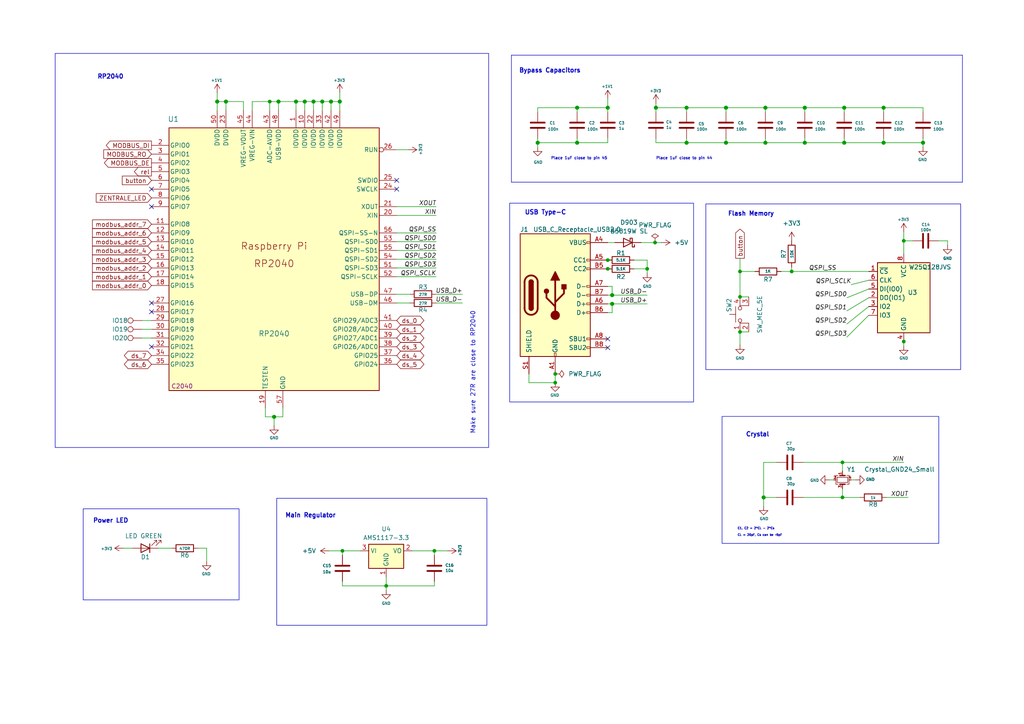
<source format=kicad_sch>
(kicad_sch (version 20230121) (generator eeschema)
  (paper "A4")
  (title_block (title "CPU") (date "2023-11-24"))
  (lib_symbols
    (symbol "00_project_library:AMS1117-3.3"
      (property "Reference" "U" (at -3.81 3.175 0))
      (property "Value" "AMS1117-3.3" (at 0 3.175 0))
      (symbol "AMS1117-3.3_1_1"
        (pin power_in line (at 0 -7.62 90) (length 2.54) (name "GND") (number "1"))
        (pin power_out line (at 7.62 0 180) (length 2.54) (name "VO") (number "2"))
        (pin power_in line (at -7.62 0 0) (length 2.54) (name "VI") (number "3"))
      )
    )
    (symbol "00_project_library:C" (pin_numbers hide) (pin_names (offset 0.254))
      (property "Reference" "C" (at 0.635 2.54 0))
      (property "Value" "C" (at 0.635 -2.54 0))
      (symbol "C_1_1"
        (pin passive line (at 0 3.81 270) (length 2.794) (name "~") (number "1"))
        (pin passive line (at 0 -3.81 90) (length 2.794) (name "~") (number "2"))
      )
    )
    (symbol "00_project_library:Crystal_GND24_Small" (pin_names (offset 1.016) hide)
      (property "Reference" "Y" (at 1.27 4.445 0))
      (property "Value" "Crystal_GND24_Small" (at 1.27 2.54 0))
      (symbol "Crystal_GND24_Small_1_1"
        (pin passive line (at -2.54 0 0) (length 1.27) (name "1") (number "1"))
        (pin passive line (at 0 -2.54 90) (length 0.635) (name "2") (number "2"))
        (pin passive line (at 2.54 0 180) (length 1.27) (name "3") (number "3"))
        (pin passive line (at 0 2.54 270) (length 0.635) (name "4") (number "4"))
      )
    )
    (symbol "00_project_library:LED GREEN" (pin_numbers hide) (pin_names (offset 1.016) hide)
      (property "Reference" "D" (at 0 2.54 0))
      (property "Value" "LED GREEN" (at 0 -2.54 0))
      (symbol "LED GREEN_1_1"
        (pin passive line (at -3.81 0 0) (length 2.54) (name "K") (number "1"))
        (pin passive line (at 3.81 0 180) (length 2.54) (name "A") (number "2"))
      )
    )
    (symbol "00_project_library:RP2040" (pin_names (offset 0.254))
      (property "Reference" "U" (at 1.27 78.74 0))
      (property "Value" "RP2040" (at 30.48 16.51 0))
      (symbol "RP2040_0_0"
        (text "Raspberry Pi" (at 30.48 41.91 0) (effects (font (size 2 2))))
        (text "RP2040" (at 30.48 36.83 0) (effects (font (size 2 2))))
      )
      (symbol "RP2040_1_1"
        (pin power_in line (at 36.83 81.28 270) (length 5.08) (name "IOVDD") (number "1"))
        (pin power_in line (at 39.37 81.28 270) (length 5.08) (name "IOVDD") (number "10"))
        (pin bidirectional line (at -5.08 48.26 0) (length 5.08) (name "GPIO8") (number "11"))
        (pin bidirectional line (at -5.08 45.72 0) (length 5.08) (name "GPIO9") (number "12"))
        (pin bidirectional line (at -5.08 43.18 0) (length 5.08) (name "GPIO10") (number "13"))
        (pin bidirectional line (at -5.08 40.64 0) (length 5.08) (name "GPIO11") (number "14"))
        (pin bidirectional line (at -5.08 38.1 0) (length 5.08) (name "GPIO12") (number "15"))
        (pin bidirectional line (at -5.08 35.56 0) (length 5.08) (name "GPIO13") (number "16"))
        (pin bidirectional line (at -5.08 33.02 0) (length 5.08) (name "GPIO14") (number "17"))
        (pin bidirectional line (at -5.08 30.48 0) (length 5.08) (name "GPIO15") (number "18"))
        (pin input line (at 27.94 -5.08 90) (length 5.08) (name "TESTEN") (number "19"))
        (pin bidirectional line (at -5.08 71.12 0) (length 5.08) (name "GPIO0") (number "2"))
        (pin bidirectional line (at 66.04 50.8 180) (length 5.08) (name "XIN") (number "20"))
        (pin output line (at 66.04 53.34 180) (length 5.08) (name "XOUT") (number "21"))
        (pin power_in line (at 41.91 81.28 270) (length 5.08) (name "IOVDD") (number "22"))
        (pin power_in line (at 16.51 81.28 270) (length 5.08) (name "DVDD") (number "23"))
        (pin unspecified line (at 66.04 58.42 180) (length 5.08) (name "SWCLK") (number "24"))
        (pin unspecified line (at 66.04 60.96 180) (length 5.08) (name "SWDIO") (number "25"))
        (pin input inverted (at 66.04 69.85 180) (length 5.08) (name "RUN") (number "26"))
        (pin bidirectional line (at -5.08 25.4 0) (length 5.08) (name "GPIO16") (number "27"))
        (pin bidirectional line (at -5.08 22.86 0) (length 5.08) (name "GPIO17") (number "28"))
        (pin bidirectional line (at -5.08 20.32 0) (length 5.08) (name "GPIO18") (number "29"))
        (pin bidirectional line (at -5.08 68.58 0) (length 5.08) (name "GPIO1") (number "3"))
        (pin bidirectional line (at -5.08 17.78 0) (length 5.08) (name "GPIO19") (number "30"))
        (pin bidirectional line (at -5.08 15.24 0) (length 5.08) (name "GPIO20") (number "31"))
        (pin bidirectional line (at -5.08 12.7 0) (length 5.08) (name "GPIO21") (number "32"))
        (pin power_in line (at 44.45 81.28 270) (length 5.08) (name "IOVDD") (number "33"))
        (pin bidirectional line (at -5.08 10.16 0) (length 5.08) (name "GPIO22") (number "34"))
        (pin bidirectional line (at -5.08 7.62 0) (length 5.08) (name "GPIO23") (number "35"))
        (pin bidirectional line (at 66.04 7.62 180) (length 5.08) (name "GPIO24") (number "36"))
        (pin bidirectional line (at 66.04 10.16 180) (length 5.08) (name "GPIO25") (number "37"))
        (pin bidirectional line (at 66.04 12.7 180) (length 5.08) (name "GPIO26/ADC0") (number "38"))
        (pin bidirectional line (at 66.04 15.24 180) (length 5.08) (name "GPIO27/ADC1") (number "39"))
        (pin bidirectional line (at -5.08 66.04 0) (length 5.08) (name "GPIO2") (number "4"))
        (pin bidirectional line (at 66.04 17.78 180) (length 5.08) (name "GPIO28/ADC2") (number "40"))
        (pin bidirectional line (at 66.04 20.32 180) (length 5.08) (name "GPIO29/ADC3") (number "41"))
        (pin power_in line (at 46.99 81.28 270) (length 5.08) (name "IOVDD") (number "42"))
        (pin power_in line (at 29.21 81.28 270) (length 5.08) (name "ADC-AVDD") (number "43"))
        (pin power_in line (at 24.13 81.28 270) (length 5.08) (name "VREG-VIN") (number "44"))
        (pin power_out line (at 21.59 81.28 270) (length 5.08) (name "VREG-VOUT") (number "45"))
        (pin bidirectional line (at 66.04 25.4 180) (length 5.08) (name "USB-DM") (number "46"))
        (pin bidirectional line (at 66.04 27.94 180) (length 5.08) (name "USB-DP") (number "47"))
        (pin power_in line (at 31.75 81.28 270) (length 5.08) (name "USB-VDD") (number "48"))
        (pin power_in line (at 49.53 81.28 270) (length 5.08) (name "IOVDD") (number "49"))
        (pin bidirectional line (at -5.08 63.5 0) (length 5.08) (name "GPIO3") (number "5"))
        (pin power_in line (at 13.97 81.28 270) (length 5.08) (name "DVDD") (number "50"))
        (pin bidirectional line (at 66.04 35.56 180) (length 5.08) (name "QSPI-SD3") (number "51"))
        (pin bidirectional line (at 66.04 33.02 180) (length 5.08) (name "QSPI-SCLK") (number "52"))
        (pin bidirectional line (at 66.04 43.18 180) (length 5.08) (name "QSPI-SD0") (number "53"))
        (pin bidirectional line (at 66.04 38.1 180) (length 5.08) (name "QSPI-SD2") (number "54"))
        (pin bidirectional line (at 66.04 40.64 180) (length 5.08) (name "QSPI-SD1") (number "55"))
        (pin bidirectional line (at 66.04 45.72 180) (length 5.08) (name "QSPI-SS-N") (number "56"))
        (pin power_in line (at 33.02 -5.08 90) (length 5.08) (name "GND") (number "57"))
        (pin bidirectional line (at -5.08 60.96 0) (length 5.08) (name "GPIO4") (number "6"))
        (pin bidirectional line (at -5.08 58.42 0) (length 5.08) (name "GPIO5") (number "7"))
        (pin bidirectional line (at -5.08 55.88 0) (length 5.08) (name "GPIO6") (number "8"))
        (pin bidirectional line (at -5.08 53.34 0) (length 5.08) (name "GPIO7") (number "9"))
      )
    )
    (symbol "00_project_library:SW_MEC_5E" (pin_names (offset 1.016) hide)
      (property "Reference" "SW" (at 0.635 5.715 0))
      (property "Value" "SW_MEC_5E" (at 0 -3.175 0))
      (symbol "SW_MEC_5E_0_1"
        (pin passive line (at -5.08 2.54 0) (length 2.54) (name "1") (number "1"))
        (pin passive line (at -5.08 0 0) (length 2.54) (name "2") (number "2"))
        (pin passive line (at 5.08 0 180) (length 2.54) (name "K") (number "3"))
        (pin passive line (at 5.08 2.54 180) (length 2.54) (name "A") (number "4"))
      )
    )
    (symbol "00_project_library:USB_C_Receptacle_USB2.0" (pin_names (offset 1.016))
      (property "Reference" "J" (at -10.16 19.05 0))
      (property "Value" "USB_C_Receptacle_USB2.0" (at 19.05 19.05 0))
      (symbol "USB_C_Receptacle_USB2.0_1_1"
        (pin passive line (at 0 -22.86 90) (length 5.08) (name "GND") (number "A1"))
        (pin passive line (at 0 -22.86 90) (length 5.08) hide (name "GND") (number "A12"))
        (pin passive line (at 15.24 15.24 180) (length 5.08) (name "VBUS") (number "A4"))
        (pin bidirectional line (at 15.24 10.16 180) (length 5.08) (name "CC1") (number "A5"))
        (pin bidirectional line (at 15.24 -2.54 180) (length 5.08) (name "D+") (number "A6"))
        (pin bidirectional line (at 15.24 2.54 180) (length 5.08) (name "D-") (number "A7"))
        (pin bidirectional line (at 15.24 -12.7 180) (length 5.08) (name "SBU1") (number "A8"))
        (pin passive line (at 15.24 15.24 180) (length 5.08) hide (name "VBUS") (number "A9"))
        (pin passive line (at 0 -22.86 90) (length 5.08) hide (name "GND") (number "B1"))
        (pin passive line (at 0 -22.86 90) (length 5.08) hide (name "GND") (number "B12"))
        (pin passive line (at 15.24 15.24 180) (length 5.08) hide (name "VBUS") (number "B4"))
        (pin bidirectional line (at 15.24 7.62 180) (length 5.08) (name "CC2") (number "B5"))
        (pin bidirectional line (at 15.24 -5.08 180) (length 5.08) (name "D+") (number "B6"))
        (pin bidirectional line (at 15.24 0 180) (length 5.08) (name "D-") (number "B7"))
        (pin bidirectional line (at 15.24 -15.24 180) (length 5.08) (name "SBU2") (number "B8"))
        (pin passive line (at 15.24 15.24 180) (length 5.08) hide (name "VBUS") (number "B9"))
        (pin passive line (at -7.62 -22.86 90) (length 5.08) (name "SHIELD") (number "S1"))
      )
    )
    (symbol "00_project_library:W25Q128JVS"
      (property "Reference" "U" (at -8.89 8.89 0))
      (property "Value" "W25Q128JVS" (at 7.62 8.89 0))
      (symbol "W25Q128JVS_1_1"
        (pin input line (at -10.16 7.62 0) (length 2.54) (name "~{CS}") (number "1"))
        (pin bidirectional line (at -10.16 0 0) (length 2.54) (name "DO(IO1)") (number "2"))
        (pin bidirectional line (at -10.16 -2.54 0) (length 2.54) (name "IO2") (number "3"))
        (pin power_in line (at 0 -12.7 90) (length 2.54) (name "GND") (number "4"))
        (pin bidirectional line (at -10.16 2.54 0) (length 2.54) (name "DI(IO0)") (number "5"))
        (pin input line (at -10.16 5.08 0) (length 2.54) (name "CLK") (number "6"))
        (pin bidirectional line (at -10.16 -5.08 0) (length 2.54) (name "IO3") (number "7"))
        (pin power_in line (at 0 12.7 270) (length 2.54) (name "VCC") (number "8"))
      )
    )
    (symbol "Connector:TestPoint" (pin_numbers hide) (pin_names (offset 0.762) hide)
      (property "Reference" "TP" (at 0 6.858 0))
      (property "Value" "TestPoint" (at 0 5.08 0))
      (symbol "TestPoint_1_1"
        (pin passive line (at 0 0 90) (length 2.54) (name "1") (number "1"))
      )
    )
    (symbol "Device:D_Schottky" (pin_numbers hide) (pin_names (offset 1.016) hide)
      (property "Reference" "D" (at 0 2.54 0))
      (property "Value" "D_Schottky" (at 0 -2.54 0))
      (symbol "D_Schottky_1_1"
        (pin passive line (at -3.81 0 0) (length 2.54) (name "K") (number "1"))
        (pin passive line (at 3.81 0 180) (length 2.54) (name "A") (number "2"))
      )
    )
    (symbol "Device:R" (pin_numbers hide) (pin_names (offset 0))
      (property "Reference" "R" (at 2.032 0 90))
      (property "Value" "R" (at 0 0 90))
      (symbol "R_1_1"
        (pin passive line (at 0 3.81 270) (length 1.27) (name "~") (number "1"))
        (pin passive line (at 0 -3.81 90) (length 1.27) (name "~") (number "2"))
      )
    )
    (symbol "power:+1V1" (power) (pin_names (offset 0))
      (property "Value" "+1V1" (at 0 3.556 0))
      (symbol "+1V1_1_1"
        (pin power_in line (at 0 0 90) (length 0) hide (name "+1V1") (number "1"))
      )
    )
    (symbol "power:+3V3" (power) (pin_names (offset 0))
      (property "Value" "+3V3" (at 0 3.556 0))
      (symbol "+3V3_1_1"
        (pin power_in line (at 0 0 90) (length 0) hide (name "+3V3") (number "1"))
      )
    )
    (symbol "power:+5V" (power) (pin_names (offset 0))
      (property "Value" "+5V" (at 0 3.556 0))
      (symbol "+5V_1_1"
        (pin power_in line (at 0 0 90) (length 0) hide (name "+5V") (number "1"))
      )
    )
    (symbol "power:GND" (power) (pin_names (offset 0))
      (property "Value" "GND" (at 0 -3.81 0))
      (symbol "GND_1_1"
        (pin power_in line (at 0 0 270) (length 0) hide (name "GND") (number "1"))
      )
    )
    (symbol "power:PWR_FLAG" (power) (pin_numbers hide) (pin_names (offset 0) hide)
      (property "Value" "PWR_FLAG" (at 0 3.81 0))
      (symbol "PWR_FLAG_0_0"
        (pin power_out line (at 0 0 90) (length 0) (name "pwr") (number "1"))
      )
    )
  )
  (junction (at 90.932 29.464) (diameter 1.016))
  (junction (at 262.128 69.85))
  (junction (at 214.63 78.74))
  (junction (at 79.502 120.904) (diameter 1.016))
  (junction (at 214.63 86.106))
  (junction (at 176.276 31.242) (diameter 1.016))
  (junction (at 262.128 99.06))
  (junction (at 98.552 29.464) (diameter 1.016))
  (junction (at 221.996 31.242) (diameter 1.016))
  (junction (at 155.956 41.402) (diameter 1.016))
  (junction (at 78.232 29.464))
  (junction (at 187.706 77.978))
  (junction (at 233.426 31.242) (diameter 1.016))
  (junction (at 62.992 29.464) (diameter 1.016))
  (junction (at 221.996 41.402) (diameter 1.016))
  (junction (at 244.856 31.242) (diameter 1.016))
  (junction (at 88.392 29.464) (diameter 1.016))
  (junction (at 112.014 169.926))
  (junction (at 167.386 41.402) (diameter 1.016))
  (junction (at 80.772 29.464) (diameter 1.016))
  (junction (at 210.566 31.242) (diameter 1.016))
  (junction (at 190.246 31.242) (diameter 1.016))
  (junction (at 214.63 96.266))
  (junction (at 267.716 41.402) (diameter 1.016))
  (junction (at 96.012 29.464) (diameter 1.016))
  (junction (at 99.314 159.766))
  (junction (at 177.546 88.138) (diameter 1.016))
  (junction (at 176.276 75.438))
  (junction (at 85.852 29.464) (diameter 1.016))
  (junction (at 65.532 29.464) (diameter 1.016))
  (junction (at 256.286 31.242) (diameter 1.016))
  (junction (at 199.136 41.402) (diameter 1.016))
  (junction (at 125.984 159.766))
  (junction (at 210.566 41.402) (diameter 1.016))
  (junction (at 244.348 134.112))
  (junction (at 221.488 144.272) (diameter 1.016))
  (junction (at 256.286 41.402) (diameter 1.016))
  (junction (at 161.036 108.458))
  (junction (at 161.036 110.998))
  (junction (at 93.472 29.464) (diameter 1.016))
  (junction (at 233.426 41.402) (diameter 1.016))
  (junction (at 244.856 41.402) (diameter 1.016))
  (junction (at 244.348 144.272))
  (junction (at 229.616 78.74))
  (junction (at 177.546 85.598) (diameter 1.016))
  (junction (at 176.276 77.978))
  (junction (at 167.386 31.242) (diameter 1.016))
  (junction (at 199.136 31.242) (diameter 1.016))
  (junction (at 189.992 70.358))
  (no_connect (at 176.276 100.838))
  (no_connect (at 176.276 98.298))
  (no_connect (at 115.062 52.324))
  (no_connect (at 43.942 100.584))
  (no_connect (at 43.942 90.424))
  (no_connect (at 43.942 87.884))
  (no_connect (at 115.062 54.864))
  (no_connect (at 43.942 54.864))
  (no_connect (at 43.942 59.944))
  (wire (pts (xy 98.552 32.004) (xy 98.552 29.464)))
  (wire (pts (xy 183.896 75.438) (xy 187.706 75.438)))
  (wire (pts (xy 115.062 70.104) (xy 126.492 70.104)))
  (wire (pts (xy 79.502 120.904) (xy 82.042 120.904)))
  (wire (pts (xy 82.042 120.904) (xy 82.042 118.364)))
  (wire (pts (xy 90.932 29.464) (xy 93.472 29.464)))
  (wire (pts (xy 80.772 32.004) (xy 80.772 29.464)))
  (wire (pts (xy 221.996 41.402) (xy 210.566 41.402)))
  (wire (pts (xy 96.012 29.464) (xy 98.552 29.464)))
  (wire (pts (xy 93.472 29.464) (xy 96.012 29.464)))
  (wire (pts (xy 272.288 69.85) (xy 274.828 69.85)))
  (wire (pts (xy 256.286 32.512) (xy 256.286 31.242)))
  (wire (pts (xy 125.984 161.036) (xy 125.984 159.766)))
  (wire (pts (xy 112.014 169.926) (xy 112.014 171.196)))
  (wire (pts (xy 199.136 40.132) (xy 199.136 41.402)))
  (wire (pts (xy 115.062 62.484) (xy 126.492 62.484)))
  (wire (pts (xy 251.968 88.9) (xy 245.618 93.98)))
  (wire (pts (xy 233.426 32.512) (xy 233.426 31.242)))
  (polyline (pts (xy 148.336 16.002) (xy 148.336 52.832)))
  (wire (pts (xy 190.246 31.242) (xy 190.246 32.512)))
  (wire (pts (xy 229.616 77.47) (xy 229.616 78.74)))
  (wire (pts (xy 167.386 41.402) (xy 167.386 40.132)))
  (wire (pts (xy 256.286 31.242) (xy 267.716 31.242)))
  (wire (pts (xy 262.128 99.06) (xy 262.128 100.33)))
  (wire (pts (xy 115.062 67.564) (xy 126.492 67.564)))
  (wire (pts (xy 199.136 31.242) (xy 210.566 31.242)))
  (wire (pts (xy 78.232 32.004) (xy 78.232 29.464)))
  (wire (pts (xy 177.546 85.598) (xy 187.706 85.598)))
  (wire (pts (xy 256.286 41.402) (xy 244.856 41.402)))
  (wire (pts (xy 115.062 59.944) (xy 126.492 59.944)))
  (wire (pts (xy 214.63 78.74) (xy 214.63 86.106)))
  (wire (pts (xy 79.502 123.444) (xy 79.502 120.904)))
  (wire (pts (xy 232.918 144.272) (xy 244.348 144.272)))
  (wire (pts (xy 251.968 83.82) (xy 245.618 86.36)))
  (polyline (pts (xy 279.146 52.832) (xy 148.336 52.832)))
  (wire (pts (xy 190.246 40.132) (xy 190.246 41.402)))
  (wire (pts (xy 57.404 159.004) (xy 59.944 159.004)))
  (wire (pts (xy 244.856 41.402) (xy 233.426 41.402)))
  (wire (pts (xy 244.856 40.132) (xy 244.856 41.402)))
  (wire (pts (xy 155.956 41.402) (xy 167.386 41.402)))
  (wire (pts (xy 99.314 168.656) (xy 99.314 169.926)))
  (wire (pts (xy 88.392 29.464) (xy 90.932 29.464)))
  (wire (pts (xy 115.062 72.644) (xy 126.492 72.644)))
  (wire (pts (xy 78.232 29.464) (xy 80.772 29.464)))
  (wire (pts (xy 99.314 159.766) (xy 99.314 161.036)))
  (wire (pts (xy 185.928 70.358) (xy 189.992 70.358)))
  (wire (pts (xy 59.944 159.004) (xy 59.944 162.814)))
  (wire (pts (xy 93.472 32.004) (xy 93.472 29.464)))
  (wire (pts (xy 218.948 78.74) (xy 214.63 78.74)))
  (wire (pts (xy 244.856 31.242) (xy 256.286 31.242)))
  (wire (pts (xy 267.716 41.402) (xy 267.716 42.672)))
  (wire (pts (xy 62.992 26.924) (xy 62.992 29.464)))
  (wire (pts (xy 65.532 32.004) (xy 65.532 29.464)))
  (wire (pts (xy 274.828 69.85) (xy 274.828 71.12)))
  (wire (pts (xy 126.492 85.344) (xy 134.112 85.344)))
  (wire (pts (xy 76.962 120.904) (xy 76.962 118.364)))
  (wire (pts (xy 41.148 98.044) (xy 43.942 98.044)))
  (wire (pts (xy 214.63 100.076) (xy 214.63 96.266)))
  (wire (pts (xy 244.348 141.732) (xy 244.348 144.272)))
  (wire (pts (xy 214.63 74.93) (xy 214.63 78.74)))
  (wire (pts (xy 85.852 32.004) (xy 85.852 29.464)))
  (wire (pts (xy 244.856 32.512) (xy 244.856 31.242)))
  (wire (pts (xy 161.036 108.458) (xy 161.036 110.998)))
  (wire (pts (xy 153.416 110.998) (xy 161.036 110.998)))
  (wire (pts (xy 251.968 81.28) (xy 246.888 82.55)))
  (wire (pts (xy 225.298 144.272) (xy 221.488 144.272)))
  (wire (pts (xy 267.716 32.512) (xy 267.716 31.242)))
  (wire (pts (xy 176.276 28.702) (xy 176.276 31.242)))
  (wire (pts (xy 73.152 32.004) (xy 73.152 29.464)))
  (wire (pts (xy 262.128 67.31) (xy 262.128 69.85)))
  (wire (pts (xy 240.538 139.192) (xy 241.808 139.192)))
  (wire (pts (xy 190.246 31.242) (xy 199.136 31.242)))
  (wire (pts (xy 190.246 41.402) (xy 199.136 41.402)))
  (wire (pts (xy 225.298 134.112) (xy 221.488 134.112)))
  (wire (pts (xy 112.014 167.386) (xy 112.014 169.926)))
  (wire (pts (xy 35.814 159.004) (xy 38.354 159.004)))
  (wire (pts (xy 176.276 85.598) (xy 177.546 85.598)))
  (wire (pts (xy 90.932 32.004) (xy 90.932 29.464)))
  (wire (pts (xy 85.852 29.464) (xy 88.392 29.464)))
  (wire (pts (xy 96.012 29.464) (xy 96.012 32.004)))
  (wire (pts (xy 267.716 40.132) (xy 267.716 41.402)))
  (wire (pts (xy 210.566 40.132) (xy 210.566 41.402)))
  (wire (pts (xy 257.048 144.272) (xy 263.398 144.272)))
  (wire (pts (xy 214.63 96.266) (xy 217.17 96.266)))
  (wire (pts (xy 262.128 97.79) (xy 262.128 99.06)))
  (wire (pts (xy 221.488 144.272) (xy 221.488 146.812)))
  (wire (pts (xy 229.616 78.74) (xy 251.968 78.74)))
  (wire (pts (xy 155.956 31.242) (xy 167.386 31.242)))
  (wire (pts (xy 99.314 169.926) (xy 112.014 169.926)))
  (wire (pts (xy 70.612 29.464) (xy 65.532 29.464)))
  (wire (pts (xy 104.394 159.766) (xy 99.314 159.766)))
  (wire (pts (xy 115.062 87.884) (xy 118.872 87.884)))
  (wire (pts (xy 41.148 95.504) (xy 43.942 95.504)))
  (wire (pts (xy 244.348 144.272) (xy 249.428 144.272)))
  (wire (pts (xy 183.896 77.978) (xy 187.706 77.978)))
  (wire (pts (xy 95.504 159.766) (xy 99.314 159.766)))
  (wire (pts (xy 126.492 87.884) (xy 134.112 87.884)))
  (wire (pts (xy 115.062 85.344) (xy 118.872 85.344)))
  (wire (pts (xy 176.276 31.242) (xy 176.276 32.512)))
  (wire (pts (xy 244.348 134.112) (xy 244.348 136.652)))
  (wire (pts (xy 176.276 77.978) (xy 177.546 77.978)))
  (wire (pts (xy 262.128 69.85) (xy 262.128 73.66)))
  (wire (pts (xy 251.968 91.44) (xy 245.618 97.79)))
  (wire (pts (xy 45.974 159.004) (xy 49.784 159.004)))
  (wire (pts (xy 233.426 40.132) (xy 233.426 41.402)))
  (wire (pts (xy 73.152 29.464) (xy 78.232 29.464)))
  (wire (pts (xy 155.956 41.402) (xy 155.956 42.672)))
  (wire (pts (xy 129.794 159.766) (xy 125.984 159.766)))
  (wire (pts (xy 262.128 69.85) (xy 264.668 69.85)))
  (wire (pts (xy 233.426 41.402) (xy 221.996 41.402)))
  (wire (pts (xy 233.426 31.242) (xy 244.856 31.242)))
  (wire (pts (xy 210.566 32.512) (xy 210.566 31.242)))
  (polyline (pts (xy 148.336 16.002) (xy 279.146 16.002)))
  (wire (pts (xy 112.014 169.926) (xy 125.984 169.926)))
  (wire (pts (xy 167.386 31.242) (xy 176.276 31.242)))
  (wire (pts (xy 153.416 108.458) (xy 153.416 110.998)))
  (wire (pts (xy 115.062 43.434) (xy 118.364 43.434)))
  (wire (pts (xy 41.148 92.964) (xy 43.942 92.964)))
  (wire (pts (xy 187.706 77.978) (xy 187.706 79.248)))
  (wire (pts (xy 88.392 32.004) (xy 88.392 29.464)))
  (wire (pts (xy 176.276 41.402) (xy 167.386 41.402)))
  (wire (pts (xy 80.772 29.464) (xy 85.852 29.464)))
  (wire (pts (xy 221.996 31.242) (xy 233.426 31.242)))
  (wire (pts (xy 251.968 86.36) (xy 245.618 90.17)))
  (wire (pts (xy 176.276 70.358) (xy 178.308 70.358)))
  (wire (pts (xy 125.984 159.766) (xy 119.634 159.766)))
  (wire (pts (xy 221.996 40.132) (xy 221.996 41.402)))
  (wire (pts (xy 62.992 29.464) (xy 62.992 32.004)))
  (wire (pts (xy 79.502 120.904) (xy 76.962 120.904)))
  (wire (pts (xy 62.992 29.464) (xy 65.532 29.464)))
  (wire (pts (xy 167.386 32.512) (xy 167.386 31.242)))
  (wire (pts (xy 210.566 41.402) (xy 199.136 41.402)))
  (wire (pts (xy 176.276 83.058) (xy 177.546 83.058)))
  (wire (pts (xy 125.984 168.656) (xy 125.984 169.926)))
  (wire (pts (xy 176.276 90.678) (xy 177.546 90.678)))
  (wire (pts (xy 256.286 41.402) (xy 267.716 41.402)))
  (wire (pts (xy 177.546 83.058) (xy 177.546 85.598)))
  (wire (pts (xy 155.956 40.132) (xy 155.956 41.402)))
  (polyline (pts (xy 279.146 16.002) (xy 279.146 52.832)))
  (wire (pts (xy 98.552 26.924) (xy 98.552 29.464)))
  (wire (pts (xy 187.706 75.438) (xy 187.706 77.978)))
  (wire (pts (xy 246.888 139.192) (xy 248.158 139.192)))
  (wire (pts (xy 221.488 134.112) (xy 221.488 144.272)))
  (wire (pts (xy 115.062 80.264) (xy 126.492 80.264)))
  (wire (pts (xy 177.546 88.138) (xy 187.706 88.138)))
  (wire (pts (xy 189.992 70.358) (xy 191.77 70.358)))
  (wire (pts (xy 256.286 40.132) (xy 256.286 41.402)))
  (wire (pts (xy 115.062 77.724) (xy 126.492 77.724)))
  (wire (pts (xy 232.918 134.112) (xy 244.348 134.112)))
  (wire (pts (xy 190.246 29.972) (xy 190.246 31.242)))
  (wire (pts (xy 70.612 32.004) (xy 70.612 29.464)))
  (wire (pts (xy 176.276 40.132) (xy 176.276 41.402)))
  (wire (pts (xy 155.956 32.512) (xy 155.956 31.242)))
  (wire (pts (xy 244.348 134.112) (xy 262.128 134.112)))
  (wire (pts (xy 176.276 88.138) (xy 177.546 88.138)))
  (wire (pts (xy 177.546 90.678) (xy 177.546 88.138)))
  (wire (pts (xy 176.276 75.438) (xy 177.546 75.438)))
  (wire (pts (xy 214.63 86.106) (xy 217.17 86.106)))
  (wire (pts (xy 210.566 31.242) (xy 221.996 31.242)))
  (wire (pts (xy 221.996 32.512) (xy 221.996 31.242)))
  (wire (pts (xy 226.568 78.74) (xy 229.616 78.74)))
  (wire (pts (xy 199.136 32.512) (xy 199.136 31.242)))
  (wire (pts (xy 115.062 75.184) (xy 126.492 75.184)))
  (rectangle (start 209.423 120.777) (end 272.288 157.607))
  (rectangle (start 204.724 59.1509) (end 278.638 107.188))
  (rectangle (start 16.002 15.494) (end 141.732 129.794))
  (rectangle (start 80.264 144.526) (end 141.224 181.356))
  (rectangle (start 147.828 58.928) (end 201.168 116.586))
  (rectangle (start 24.13 147.574) (end 69.342 173.99))
  (text "USB Type-C" (at 152.146 62.484 0) (effects (font (size 1.27 1.27) (thickness 0.254) bold) (justify left bottom)))
  (text "Crystal" (at 216.281 126.873 0) (effects (font (size 1.27 1.27) (thickness 0.254) bold) (justify left bottom)))
  (text "Make sure 27R are close to RP2040" (at 137.922 125.984 90) (effects (font (size 1.27 1.27)) (justify left bottom)))
  (text "RP2040" (at 28.194 23.114 0) (effects (font (size 1.27 1.27) (thickness 0.254) bold) (justify left bottom)))
  (text "Place 1uF close to pin 44" (at 190.246 46.482 0) (effects (font (size 0.8 0.8)) (justify left bottom)))
  (text "Place 1uF close to pin 45" (at 159.766 46.482 0) (effects (font (size 0.8 0.8)) (justify left bottom)))
  (text "Power LED" (at 26.924 151.892 0) (effects (font (size 1.27 1.27) (thickness 0.254) bold) (justify left bottom)))
  (text "Main Regulator" (at 82.677 150.368 0) (effects (font (size 1.27 1.27) (thickness 0.254) bold) (justify left bottom)))
  (text "Flash Memory" (at 211.074 62.865 0) (effects (font (size 1.27 1.27) (thickness 0.254) bold) (justify left bottom)))
  (text "Bypass Capacitors" (at 150.495 21.336 0) (effects (font (size 1.27 1.27) (thickness 0.254) bold) (justify left bottom)))
  (text "C1, C2 = 2*CL - 2*Cs\n\nCL = 20pF, Cs can be ~5pF" (at 213.868 155.702 0) (effects (font (size 0.6 0.6)) (justify left bottom)))
  (label "QSPI_SCLK" (at 126.492 80.264 180) (effects (font italic)))
  (label "QSPI_SD2" (at 245.618 93.98 180) (effects (font italic)))
  (label "QSPI_SS" (at 126.492 67.564 180) (effects (font italic)))
  (label "QSPI_SD1" (at 245.618 90.17 180) (effects (font italic)))
  (label "QSPI_SD2" (at 126.492 75.184 180) (effects (font italic)))
  (label "QSPI_SD0" (at 126.492 70.104 180) (effects (font italic)))
  (label "XOUT" (at 263.398 144.272 180) (effects (font italic)))
  (label "QSPI_SD1" (at 126.492 72.644 180) (effects (font italic)))
  (label "QSPI_SD0" (at 245.618 86.36 180) (effects (font italic)))
  (label "USB_D+" (at 134.112 85.344 180) (effects (font italic)))
  (label "XIN" (at 262.128 134.112 180) (effects (font italic)))
  (label "QSPI_SCLK" (at 246.888 82.55 180) (effects (font italic)))
  (label "QSPI_SD3" (at 245.618 97.79 180) (effects (font italic)))
  (label "QSPI_SD3" (at 126.492 77.724 180) (effects (font italic)))
  (label "USB_D-" (at 187.706 85.598 180) (effects (font italic)))
  (label "XOUT" (at 126.492 59.944 180) (effects (font italic)))
  (label "QSPI_SS" (at 242.57 78.74 180) (effects (font italic)))
  (label "XIN" (at 126.492 62.484 180) (effects (font italic)))
  (label "USB_D-" (at 134.112 87.884 180) (effects (font italic)))
  (label "USB_D+" (at 187.706 88.138 180) (effects (font italic)))
  (global_label "modbus_addr_5" (shape input) (at 43.942 70.104 180) (property "Intersheetrefs" "${INTERSHEET_REFS}" (effects hide)))
  (global_label "modbus_addr_4" (shape input) (at 43.942 72.644 180) (property "Intersheetrefs" "${INTERSHEET_REFS}" (effects hide)))
  (global_label "ds_3" (shape bidirectional) (at 115.062 100.584 0) (property "Intersheetrefs" "${INTERSHEET_REFS}" (effects hide)))
  (global_label "ZENTRALE_LED" (shape input) (at 43.942 57.404 180) (property "Intersheetrefs" "${INTERSHEET_REFS}" (effects hide)))
  (global_label "MODBUS_DE" (shape output) (at 43.942 47.244 180) (property "Intersheetrefs" "${INTERSHEET_REFS}" (effects hide)))
  (global_label "ds_5" (shape bidirectional) (at 115.062 105.664 0) (property "Intersheetrefs" "${INTERSHEET_REFS}" (effects hide)))
  (global_label "button" (shape output) (at 214.63 74.93 90) (property "Intersheetrefs" "${INTERSHEET_REFS}" (effects hide)))
  (global_label "ds_7" (shape bidirectional) (at 43.942 103.124 180) (property "Intersheetrefs" "${INTERSHEET_REFS}" (effects hide)))
  (global_label "modbus_addr_2" (shape input) (at 43.942 77.724 180) (property "Intersheetrefs" "${INTERSHEET_REFS}" (effects hide)))
  (global_label "ds_1" (shape bidirectional) (at 115.062 95.504 0) (property "Intersheetrefs" "${INTERSHEET_REFS}" (effects hide)))
  (global_label "modbus_addr_3" (shape input) (at 43.942 75.184 180) (property "Intersheetrefs" "${INTERSHEET_REFS}" (effects hide)))
  (global_label "ds_2" (shape bidirectional) (at 115.062 98.044 0) (property "Intersheetrefs" "${INTERSHEET_REFS}" (effects hide)))
  (global_label "rel" (shape output) (at 43.942 49.784 180) (property "Intersheetrefs" "${INTERSHEET_REFS}" (effects hide)))
  (global_label "ds_6" (shape bidirectional) (at 43.942 105.664 180) (property "Intersheetrefs" "${INTERSHEET_REFS}" (effects hide)))
  (global_label "button" (shape input) (at 43.942 52.324 180) (property "Intersheetrefs" "${INTERSHEET_REFS}" (effects hide)))
  (global_label "MODBUS_RO" (shape input) (at 43.942 44.704 180) (property "Intersheetrefs" "${INTERSHEET_REFS}" (effects hide)))
  (global_label "modbus_addr_7" (shape input) (at 43.942 65.024 180) (property "Intersheetrefs" "${INTERSHEET_REFS}" (effects hide)))
  (global_label "MODBUS_DI" (shape output) (at 43.942 42.164 180) (property "Intersheetrefs" "${INTERSHEET_REFS}" (effects hide)))
  (global_label "ds_4" (shape bidirectional) (at 115.062 103.124 0) (property "Intersheetrefs" "${INTERSHEET_REFS}" (effects hide)))
  (global_label "modbus_addr_0" (shape input) (at 43.942 82.804 180) (property "Intersheetrefs" "${INTERSHEET_REFS}" (effects hide)))
  (global_label "modbus_addr_1" (shape input) (at 43.942 80.264 180) (property "Intersheetrefs" "${INTERSHEET_REFS}" (effects hide)))
  (global_label "modbus_addr_6" (shape input) (at 43.942 67.564 180) (property "Intersheetrefs" "${INTERSHEET_REFS}" (effects hide)))
  (global_label "ds_0" (shape bidirectional) (at 115.062 92.964 0) (property "Intersheetrefs" "${INTERSHEET_REFS}" (effects hide)))
  (symbol (lib_id "Device:R") (at 122.682 87.884 270) (unit 1)
    (property "Reference" "R4" (at 122.682 89.916 90))
    (property "Value" "27R" (at 122.682 87.9856 90) (effects (font (size 0.8 0.8))))
    (property "Footprint" "Resistor_SMD:R_0402_1005Metric_Pad0.72x0.64mm_HandSolder" (effects hide))
    (instances (project "pcb_kicad" (path "" (reference "R4") (unit 1)) (path "" (reference "R904") (unit 1))))
  )
  (symbol (lib_id "00_project_library:Crystal_GND24_Small") (at 244.348 139.192 270) (unit 1)
    (property "Reference" "Y1" (at 245.618 136.144 90) (effects (justify left)))
    (property "Value" "Crystal_GND24_Small" (at 250.698 136.144 90) (effects (justify left)))
    (property "Footprint" "00_project_library:Crystal_SMD_3225-4Pin_3.2x2.5mm" (effects hide))
    (property "JLC" "C9002" (effects hide))
    (instances (project "pcb_kicad" (path "" (reference "Y1") (unit 1)) (path "" (reference "Y901") (unit 1))))
  )
  (symbol (lib_id "00_project_library:C") (at 229.108 134.112 270) (unit 1)
    (property "Reference" "C7" (at 227.9904 128.651 90) (effects (font (size 0.8 0.8)) (justify left)))
    (property "Value" "30p" (at 228.219 130.175 90) (effects (font (size 0.8 0.8)) (justify left)))
    (property "Footprint" "Capacitor_SMD:C_0402_1005Metric" (effects hide))
    (property "Datasheet" "https://www.digikey.com/en/products/detail/yageo/CC0402JRNPO9BN270/302753" (effects hide))
    (property "JLC" "C1570" (effects hide))
    (instances (project "pcb_kicad" (path "" (reference "C7") (unit 1)) (path "" (reference "C909") (unit 1))))
  )
  (symbol (lib_id "power:+3V3") (at 35.814 159.004 90) (unit 1)
    (property "Reference" "#PWR08" (effects hide))
    (property "Value" "+3V3" (at 30.9118 159.131 90) (effects (font (size 0.8 0.8))))
    (instances (project "pcb_kicad" (path "" (reference "#PWR08") (unit 1)) (path "" (reference "#PWR0911") (unit 1))))
  )
  (symbol (lib_id "Device:R") (at 53.594 159.004 270) (unit 1)
    (property "Reference" "R6" (at 53.594 161.036 90))
    (property "Value" "470R" (at 53.594 159.1056 90) (effects (font (size 0.8 0.8))))
    (property "Footprint" "Resistor_SMD:R_0402_1005Metric_Pad0.72x0.64mm_HandSolder" (effects hide))
    (instances (project "pcb_kicad" (path "" (reference "R6") (unit 1)) (path "" (reference "R905") (unit 1))))
  )
  (symbol (lib_id "power:GND") (at 161.036 110.998 0) (unit 1)
    (property "Reference" "#PWR01" (effects hide))
    (property "Value" "GND" (at 160.909 114.6302 0) (effects (font (size 0.8 0.8))))
    (instances (project "pcb_kicad" (path "" (reference "#PWR01") (unit 1)) (path "" (reference "#PWR0901") (unit 1))))
  )
  (symbol (lib_id "power:GND") (at 267.716 42.672 0) (unit 1)
    (property "Reference" "#PWR024" (effects hide))
    (property "Value" "GND" (at 267.589 46.3042 0) (effects (font (size 0.8 0.8))))
    (instances (project "pcb_kicad" (path "" (reference "#PWR024") (unit 1)) (path "" (reference "#PWR0922") (unit 1))))
  )
  (symbol (lib_id "00_project_library:C") (at 155.956 36.322 0) (unit 1)
    (property "Reference" "C1" (at 159.385 35.6616 0) (effects (font (size 0.8 0.8)) (justify left)))
    (property "Value" "100n" (at 158.877 37.465 0) (effects (font (size 0.8 0.8)) (justify left)))
    (property "Footprint" "Capacitor_SMD:C_0402_1005Metric_Pad0.74x0.62mm_HandSolder" (effects hide))
    (instances (project "pcb_kicad" (path "" (reference "C1") (unit 1)) (path "" (reference "C903") (unit 1))))
  )
  (symbol (lib_id "00_project_library:C") (at 233.426 36.322 0) (unit 1)
    (property "Reference" "C10" (at 236.855 35.6616 0) (effects (font (size 0.8 0.8)) (justify left)))
    (property "Value" "100n" (at 236.347 37.465 0) (effects (font (size 0.8 0.8)) (justify left)))
    (property "Footprint" "Capacitor_SMD:C_0402_1005Metric_Pad0.74x0.62mm_HandSolder" (effects hide))
    (instances (project "pcb_kicad" (path "" (reference "C10") (unit 1)) (path "" (reference "C912") (unit 1))))
  )
  (symbol (lib_id "power:GND") (at 155.956 42.672 0) (unit 1)
    (property "Reference" "#PWR07" (effects hide))
    (property "Value" "GND" (at 156.083 47.0662 0) (effects (font (size 0.8 0.8))))
    (instances (project "pcb_kicad" (path "" (reference "#PWR07") (unit 1)) (path "" (reference "#PWR0910") (unit 1))))
  )
  (symbol (lib_id "power:GND") (at 240.538 139.192 270) (unit 1)
    (property "Reference" "#PWR018" (effects hide))
    (property "Value" "GND" (at 236.2708 139.319 90) (effects (font (size 0.8 0.8))))
    (instances (project "pcb_kicad" (path "" (reference "#PWR018") (unit 1)) (path "" (reference "#PWR0918") (unit 1))))
  )
  (symbol (lib_id "power:+3V3") (at 229.616 69.85 0) (unit 1)
    (property "Reference" "#PWR015" (effects hide))
    (property "Value" "+3V3" (at 229.616 64.77 0))
    (instances (project "pcb_kicad" (path "" (reference "#PWR015") (unit 1)) (path "" (reference "#PWR0917") (unit 1))))
  )
  (symbol (lib_id "Device:R") (at 253.238 144.272 270) (unit 1)
    (property "Reference" "R8" (at 253.238 146.304 90))
    (property "Value" "1k" (at 253.238 144.3736 90) (effects (font (size 0.8 0.8))))
    (property "Footprint" "Resistor_SMD:R_0402_1005Metric_Pad0.72x0.64mm_HandSolder" (effects hide))
    (instances (project "pcb_kicad" (path "" (reference "R8") (unit 1)) (path "" (reference "R908") (unit 1))))
  )
  (symbol (lib_id "power:+3V3") (at 118.364 43.434 270) (unit 1)
    (property "Reference" "#PWR013" (effects hide))
    (property "Value" "+3V3" (at 121.9962 43.307 0) (effects (font (size 0.8 0.8))))
    (instances (project "pcb_kicad" (path "" (reference "#PWR013") (unit 1)) (path "" (reference "#PWR037") (unit 1))))
  )
  (symbol (lib_id "00_project_library:C") (at 167.386 36.322 0) (unit 1)
    (property "Reference" "C2" (at 170.815 35.6616 0) (effects (font (size 0.8 0.8)) (justify left)))
    (property "Value" "100n" (at 170.307 37.465 0) (effects (font (size 0.8 0.8)) (justify left)))
    (property "Footprint" "Capacitor_SMD:C_0402_1005Metric_Pad0.74x0.62mm_HandSolder" (effects hide))
    (instances (project "pcb_kicad" (path "" (reference "C2") (unit 1)) (path "" (reference "C904") (unit 1))))
  )
  (symbol (lib_id "power:PWR_FLAG") (at 189.992 70.358 0) (unit 1)
    (property "Reference" "#FLG02" (effects hide))
    (property "Value" "PWR_FLAG" (at 189.992 65.278 0))
    (instances (project "pcb_kicad" (path "" (reference "#FLG02") (unit 1)) (path "" (reference "#FLG0902") (unit 1))))
  )
  (symbol (lib_id "power:+3V3") (at 129.794 159.766 270) (unit 1)
    (property "Reference" "#PWR028" (effects hide))
    (property "Value" "+3V3" (at 133.4262 159.639 0) (effects (font (size 0.8 0.8))))
    (instances (project "pcb_kicad" (path "" (reference "#PWR028") (unit 1)) (path "" (reference "#PWR0909") (unit 1))))
  )
  (symbol (lib_id "00_project_library:C") (at 99.314 164.846 0) (unit 1)
    (property "Reference" "C15" (at 93.599 164.0586 0) (effects (font (size 0.8 0.8)) (justify left)))
    (property "Value" "10u" (at 93.599 165.862 0) (effects (font (size 0.8 0.8)) (justify left)))
    (property "Footprint" "Capacitor_SMD:C_0603_1608Metric" (effects hide))
    (instances (project "pcb_kicad" (path "" (reference "C15") (unit 1)) (path "" (reference "C901") (unit 1))))
  )
  (symbol (lib_id "00_project_library:SW_MEC_5E") (at 217.17 91.186 90) (unit 1)
    (property "Reference" "SW2" (at 211.455 90.551 0) (effects (justify left)))
    (property "Value" "SW_MEC_5E" (at 220.345 91.186 0))
    (property "Footprint" "00_project_library:SW_TS-1187A-B-A-B" (effects hide))
    (property "Datasheet" "http://www.apem.com/int/index.php?controller=attachment&id_attachment=1371" (effects hide))
    (property "JLC" "C318884" (effects hide))
    (instances (project "pcb_kicad" (path "" (reference "SW2") (unit 1)) (path "" (reference "SW901") (unit 1))))
  )
  (symbol (lib_id "power:GND") (at 248.158 139.192 90) (unit 1)
    (property "Reference" "#PWR019" (effects hide))
    (property "Value" "GND" (at 252.4252 139.065 90) (effects (font (size 0.8 0.8))))
    (instances (project "pcb_kicad" (path "" (reference "#PWR019") (unit 1)) (path "" (reference "#PWR0919") (unit 1))))
  )
  (symbol (lib_id "power:GND") (at 274.828 71.12 0) (unit 1)
    (property "Reference" "#PWR025" (effects hide))
    (property "Value" "GND" (at 274.828 74.93 0) (effects (font (size 0.8 0.8))))
    (instances (project "pcb_kicad" (path "" (reference "#PWR025") (unit 1)) (path "" (reference "#PWR0923") (unit 1))))
  )
  (symbol (lib_id "power:GND") (at 262.128 100.33 0) (unit 1)
    (property "Reference" "#PWR023" (effects hide))
    (property "Value" "GND" (at 262.128 103.886 0) (effects (font (size 0.8 0.8))))
    (instances (project "pcb_kicad" (path "" (reference "#PWR023") (unit 1)) (path "" (reference "#PWR0921") (unit 1))))
  )
  (symbol (lib_id "00_project_library:C") (at 221.996 36.322 0) (unit 1)
    (property "Reference" "C9" (at 225.425 35.6616 0) (effects (font (size 0.8 0.8)) (justify left)))
    (property "Value" "100n" (at 224.917 37.465 0) (effects (font (size 0.8 0.8)) (justify left)))
    (property "Footprint" "Capacitor_SMD:C_0402_1005Metric_Pad0.74x0.62mm_HandSolder" (effects hide))
    (instances (project "pcb_kicad" (path "" (reference "C9") (unit 1)) (path "" (reference "C911") (unit 1))))
  )
  (symbol (lib_id "00_project_library:C") (at 244.856 36.322 0) (unit 1)
    (property "Reference" "C11" (at 248.031 35.6616 0) (effects (font (size 0.8 0.8)) (justify left)))
    (property "Value" "100n" (at 247.777 37.465 0) (effects (font (size 0.8 0.8)) (justify left)))
    (property "Footprint" "Capacitor_SMD:C_0402_1005Metric_Pad0.74x0.62mm_HandSolder" (effects hide))
    (instances (project "pcb_kicad" (path "" (reference "C11") (unit 1)) (path "" (reference "C913") (unit 1))))
  )
  (symbol (lib_id "Device:R") (at 229.616 73.66 0) (unit 1)
    (property "Reference" "R7" (at 227.33 73.66 90))
    (property "Value" "10K" (at 229.7176 73.66 90) (effects (font (size 0.8 0.8))))
    (property "Footprint" "Resistor_SMD:R_0402_1005Metric_Pad0.72x0.64mm_HandSolder" (effects hide))
    (instances (project "pcb_kicad" (path "" (reference "R7") (unit 1)) (path "" (reference "R907") (unit 1))))
  )
  (symbol (lib_id "Connector:TestPoint") (at 41.148 95.504 90) (unit 1) (in_bom no)
    (property "Reference" "IO19" (at 34.798 95.504 90))
    (property "Value" "TestPoint" (effects hide))
    (property "Footprint" "TestPoint:TestPoint_Pad_D1.0mm" (effects hide))
  )
  (symbol (lib_id "power:GND") (at 214.63 100.076 0) (unit 1)
    (property "Reference" "#PWR016" (effects hide))
    (property "Value" "GND" (at 214.63 103.886 0) (effects (font (size 0.8 0.8))))
    (instances (project "pcb_kicad" (path "" (reference "#PWR016") (unit 1)) (path "" (reference "#PWR0915") (unit 1))))
  )
  (symbol (lib_id "power:+3V3") (at 262.128 67.31 0) (unit 1)
    (property "Reference" "#PWR022" (effects hide))
    (property "Value" "+3V3" (at 262.001 63.6778 0) (effects (font (size 0.8 0.8))))
    (instances (project "pcb_kicad" (path "" (reference "#PWR022") (unit 1)) (path "" (reference "#PWR0920") (unit 1))))
  )
  (symbol (lib_id "power:GND") (at 112.014 171.196 0) (unit 1)
    (property "Reference" "#PWR027" (effects hide))
    (property "Value" "GND" (at 112.014 175.006 0) (effects (font (size 0.8 0.8))))
    (instances (project "pcb_kicad" (path "" (reference "#PWR027") (unit 1)) (path "" (reference "#PWR0908") (unit 1))))
  )
  (symbol (lib_id "00_project_library:RP2040") (at 49.022 113.284 0) (unit 1)
    (property "Reference" "U1" (at 50.292 34.544 0) (effects (font (size 1.524 1.524))))
    (property "Value" "RP2040" (at 79.502 96.774 0) (effects (font (size 1.524 1.524))))
    (property "Footprint" "00_project_library:RP2040-QFN-56" (effects hide))
    (property "Datasheet" "https://datasheets.raspberrypi.org/rp2040/rp2040-datasheet.pdf" (effects hide))
    (property "Author" "CIRCUITSTATE Electronics" (effects hide))
    (property "License" "CC BY 4.0" (effects hide))
    (property "Revision" "1.3" (effects hide))
    (property "JLC" "C2040" (at 52.832 112.014 0))
    (instances (project "pcb_kicad" (path "" (reference "U1") (unit 1)) (path "" (reference "U901") (unit 1))))
  )
  (symbol (lib_id "Connector:TestPoint") (at 41.148 92.964 90) (unit 1) (in_bom no)
    (property "Reference" "IO18" (at 34.798 92.964 90))
    (property "Value" "TestPoint" (effects hide))
    (property "Footprint" "TestPoint:TestPoint_Pad_D1.0mm" (effects hide))
  )
  (symbol (lib_id "00_project_library:C") (at 199.136 36.322 0) (unit 1)
    (property "Reference" "C5" (at 202.565 35.9156 0) (effects (font (size 0.8 0.8)) (justify left)))
    (property "Value" "100n" (at 202.057 37.465 0) (effects (font (size 0.8 0.8)) (justify left)))
    (property "Footprint" "Capacitor_SMD:C_0402_1005Metric_Pad0.74x0.62mm_HandSolder" (effects hide))
    (instances (project "pcb_kicad" (path "" (reference "C5") (unit 1)) (path "" (reference "C907") (unit 1))))
  )
  (symbol (lib_id "Device:R") (at 180.086 75.438 90) (unit 1)
    (property "Reference" "R1" (at 180.086 73.406 90))
    (property "Value" "5.1K" (at 180.086 75.438 90) (effects (font (size 0.8 0.8))))
    (property "Footprint" "Resistor_SMD:R_0402_1005Metric_Pad0.72x0.64mm_HandSolder" (effects hide))
    (instances (project "pcb_kicad" (path "" (reference "R1") (unit 1)) (path "" (reference "R901") (unit 1))))
  )
  (symbol (lib_id "00_project_library:C") (at 268.478 69.85 90) (unit 1)
    (property "Reference" "C14" (at 269.7226 65.151 90) (effects (font (size 0.8 0.8)) (justify left)))
    (property "Value" "100n" (at 270.129 66.675 90) (effects (font (size 0.8 0.8)) (justify left)))
    (property "Footprint" "Capacitor_SMD:C_0402_1005Metric_Pad0.74x0.62mm_HandSolder" (effects hide))
    (instances (project "pcb_kicad" (path "" (reference "C14") (unit 1)) (path "" (reference "C916") (unit 1))))
  )
  (symbol (lib_id "00_project_library:USB_C_Receptacle_USB2.0") (at 161.036 85.598 0) (unit 1)
    (property "Reference" "J1" (at 150.876 66.548 0) (effects (justify left)))
    (property "Value" "USB_C_Receptacle_USB2.0" (at 180.086 66.548 0) (effects (justify right)))
    (property "Footprint" "00_project_library:USB_C_Receptacle_Palconn_UTC16-G" (effects hide))
    (property "Datasheet" "https://www.usb.org/sites/default/files/documents/usb_type-c.zip" (effects hide))
    (property "JLC" "C165948" (effects hide))
    (property "DigiKey" "https://www.digikey.com/en/products/detail/gct/USB4105-GF-A/11198441" (effects hide))
    (property "Digikey" "https://www.digikey.com/en/products/detail/gct/USB4105-GF-A/11198441" (effects hide))
    (instances (project "pcb_kicad" (path "" (reference "J1") (unit 1)) (path "" (reference "J901") (unit 1))))
  )
  (symbol (lib_id "00_project_library:C") (at 176.276 36.322 0) (unit 1)
    (property "Reference" "C3" (at 179.451 35.6616 0) (effects (font (size 0.8 0.8)) (justify left)))
    (property "Value" "1u" (at 179.451 37.211 0) (effects (font (size 0.8 0.8)) (justify left)))
    (property "Footprint" "Capacitor_SMD:C_0402_1005Metric_Pad0.74x0.62mm_HandSolder" (effects hide))
    (instances (project "pcb_kicad" (path "" (reference "C3") (unit 1)) (path "" (reference "C905") (unit 1))))
  )
  (symbol (lib_id "power:+5V") (at 191.77 70.358 270) (unit 1)
    (property "Reference" "#PWR02" (effects hide))
    (property "Value" "+5V" (at 195.58 70.358 90) (effects (justify left)))
    (instances (project "pcb_kicad" (path "" (reference "#PWR02") (unit 1)) (path "" (reference "#PWR0902") (unit 1))))
  )
  (symbol (lib_id "00_project_library:C") (at 229.108 144.272 270) (unit 1)
    (property "Reference" "C8" (at 227.9904 138.811 90) (effects (font (size 0.8 0.8)) (justify left)))
    (property "Value" "30p" (at 228.219 140.335 90) (effects (font (size 0.8 0.8)) (justify left)))
    (property "Footprint" "Capacitor_SMD:C_0402_1005Metric" (effects hide))
    (property "Datasheet" "https://www.digikey.com/en/products/detail/yageo/CC0402JRNPO9BN270/302753" (effects hide))
    (property "JLC" "C1570" (effects hide))
    (instances (project "pcb_kicad" (path "" (reference "C8") (unit 1)) (path "" (reference "C910") (unit 1))))
  )
  (symbol (lib_id "power:GND") (at 221.488 146.812 0) (unit 1)
    (property "Reference" "#PWR014" (effects hide))
    (property "Value" "GND" (at 221.615 150.4442 0) (effects (font (size 0.8 0.8))))
    (instances (project "pcb_kicad" (path "" (reference "#PWR014") (unit 1)) (path "" (reference "#PWR0916") (unit 1))))
  )
  (symbol (lib_id "power:GND") (at 187.706 79.248 0) (unit 1)
    (property "Reference" "#PWR03" (effects hide))
    (property "Value" "GND" (at 187.706 83.058 0) (effects (font (size 0.8 0.8))))
    (instances (project "pcb_kicad" (path "" (reference "#PWR03") (unit 1)) (path "" (reference "#PWR0903") (unit 1))))
  )
  (symbol (lib_id "power:+1V1") (at 176.276 28.702 0) (unit 1)
    (property "Reference" "#PWR011" (effects hide))
    (property "Value" "+1V1" (at 176.149 25.0698 0) (effects (font (size 0.8 0.8))))
    (instances (project "pcb_kicad" (path "" (reference "#PWR011") (unit 1)) (path "" (reference "#PWR0912") (unit 1))))
  )
  (symbol (lib_id "power:GND") (at 79.502 123.444 0) (unit 1)
    (property "Reference" "#PWR05" (effects hide))
    (property "Value" "GND" (at 79.502 127 0) (effects (font (size 0.8 0.8))))
    (instances (project "pcb_kicad" (path "" (reference "#PWR05") (unit 1)) (path "" (reference "#PWR0905") (unit 1))))
  )
  (symbol (lib_id "00_project_library:C") (at 256.286 36.322 0) (unit 1)
    (property "Reference" "C12" (at 259.461 35.6616 0) (effects (font (size 0.8 0.8)) (justify left)))
    (property "Value" "100n" (at 259.207 37.465 0) (effects (font (size 0.8 0.8)) (justify left)))
    (property "Footprint" "Capacitor_SMD:C_0402_1005Metric_Pad0.74x0.62mm_HandSolder" (effects hide))
    (instances (project "pcb_kicad" (path "" (reference "C12") (unit 1)) (path "" (reference "C914") (unit 1))))
  )
  (symbol (lib_id "power:+5V") (at 95.504 159.766 90) (unit 1)
    (property "Reference" "#PWR026" (effects hide))
    (property "Value" "+5V" (at 91.694 159.766 90) (effects (justify left)))
    (instances (project "pcb_kicad" (path "" (reference "#PWR026") (unit 1)) (path "" (reference "#PWR0906") (unit 1))))
  )
  (symbol (lib_id "Device:R") (at 222.758 78.74 90) (unit 1)
    (property "Reference" "R7" (at 222.758 81.026 90))
    (property "Value" "1K" (at 222.758 78.6384 90) (effects (font (size 0.8 0.8))))
    (property "Footprint" "Resistor_SMD:R_0402_1005Metric_Pad0.72x0.64mm_HandSolder" (effects hide))
    (instances (project "pcb_kicad" (path "" (reference "R7") (unit 1)) (path "" (reference "R906") (unit 1))))
  )
  (symbol (lib_id "00_project_library:AMS1117-3.3") (at 112.014 159.766 0) (unit 1)
    (property "Reference" "U4" (at 112.014 153.416 0))
    (property "Value" "AMS1117-3.3" (at 112.014 155.956 0))
    (property "Footprint" "00_project_library:SOT-223-3_TabPin2" (effects hide))
    (property "Datasheet" "http://www.advanced-monolithic.com/pdf/ds1117.pdf" (effects hide))
    (property "JLC" "C6186" (effects hide))
    (instances (project "pcb_kicad" (path "" (reference "U4") (unit 1)) (path "" (reference "U902") (unit 1))))
  )
  (symbol (lib_id "Device:R") (at 122.682 85.344 270) (unit 1)
    (property "Reference" "R3" (at 122.682 83.312 90))
    (property "Value" "27R" (at 122.682 85.4456 90) (effects (font (size 0.8 0.8))))
    (property "Footprint" "Resistor_SMD:R_0402_1005Metric_Pad0.72x0.64mm_HandSolder" (effects hide))
    (instances (project "pcb_kicad" (path "" (reference "R3") (unit 1)) (path "" (reference "R903") (unit 1))))
  )
  (symbol (lib_id "00_project_library:W25Q128JVS") (at 262.128 86.36 0) (unit 1)
    (property "Reference" "U3" (at 264.668 84.836 0))
    (property "Value" "W25Q128JVS" (at 269.748 77.47 0))
    (property "Footprint" "00_project_library:SOIC-8_5.23x5.23mm_P1.27mm" (effects hide))
    (property "Datasheet" "http://www.winbond.com/resource-files/w25q128jv_dtr%20revc%2003272018%20plus.pdf" (effects hide))
    (property "JCL" "C97521" (effects hide))
    (property "JLC" "C97521" (effects hide))
    (instances (project "pcb_kicad" (path "" (reference "U3") (unit 1)) (path "" (reference "U903") (unit 1))))
  )
  (symbol (lib_id "power:+3V3") (at 190.246 29.972 0) (unit 1)
    (property "Reference" "#PWR013" (effects hide))
    (property "Value" "+3V3" (at 190.119 26.3398 0) (effects (font (size 0.8 0.8))))
    (instances (project "pcb_kicad" (path "" (reference "#PWR013") (unit 1)) (path "" (reference "#PWR0914") (unit 1))))
  )
  (symbol (lib_id "Device:D_Schottky") (at 182.118 70.358 180) (unit 1)
    (property "Reference" "D903" (at 182.4355 64.516 0))
    (property "Value" "B5819W SL" (at 182.4355 67.056 0))
    (property "Footprint" "Diode_SMD:D_SOD-123" (effects hide))
    (property "Datasheet" "https://datasheet.lcsc.com/lcsc/2304140030_Jiangsu-Changjing-Electronics-Technology-Co---Ltd--B5819W-SL_C8598.pdf" (effects hide))
    (property "JLC" "C8598" (effects hide))
    (instances (project "pcb_kicad" (path "" (reference "D903") (unit 1)) (path "" (reference "D904") (unit 1))))
  )
  (symbol (lib_id "power:GND") (at 59.944 162.814 0) (unit 1)
    (property "Reference" "#PWR012" (effects hide))
    (property "Value" "GND" (at 59.817 166.4462 0) (effects (font (size 0.8 0.8))))
    (instances (project "pcb_kicad" (path "" (reference "#PWR012") (unit 1)) (path "" (reference "#PWR0913") (unit 1))))
  )
  (symbol (lib_id "00_project_library:C") (at 267.716 36.322 0) (unit 1)
    (property "Reference" "C13" (at 270.891 35.6616 0) (effects (font (size 0.8 0.8)) (justify left)))
    (property "Value" "100n" (at 270.637 37.465 0) (effects (font (size 0.8 0.8)) (justify left)))
    (property "Footprint" "Capacitor_SMD:C_0402_1005Metric_Pad0.74x0.62mm_HandSolder" (effects hide))
    (instances (project "pcb_kicad" (path "" (reference "C13") (unit 1)) (path "" (reference "C915") (unit 1))))
  )
  (symbol (lib_id "00_project_library:C") (at 125.984 164.846 0) (unit 1)
    (property "Reference" "C16" (at 129.159 163.9316 0) (effects (font (size 0.8 0.8)) (justify left)))
    (property "Value" "10u" (at 129.159 165.481 0) (effects (font (size 0.8 0.8)) (justify left)))
    (property "Footprint" "Capacitor_SMD:C_0603_1608Metric" (effects hide))
    (instances (project "pcb_kicad" (path "" (reference "C16") (unit 1)) (path "" (reference "C902") (unit 1))))
  )
  (symbol (lib_id "00_project_library:C") (at 190.246 36.322 0) (unit 1)
    (property "Reference" "C4" (at 193.167 35.4076 0) (effects (font (size 0.8 0.8)) (justify left)))
    (property "Value" "1u" (at 193.167 36.957 0) (effects (font (size 0.8 0.8)) (justify left)))
    (property "Footprint" "Capacitor_SMD:C_0402_1005Metric_Pad0.74x0.62mm_HandSolder" (effects hide))
    (instances (project "pcb_kicad" (path "" (reference "C4") (unit 1)) (path "" (reference "C906") (unit 1))))
  )
  (symbol (lib_id "power:+1V1") (at 62.992 26.924 0) (unit 1)
    (property "Reference" "#PWR04" (effects hide))
    (property "Value" "+1V1" (at 62.865 23.2918 0) (effects (font (size 0.8 0.8))))
    (instances (project "pcb_kicad" (path "" (reference "#PWR04") (unit 1)) (path "" (reference "#PWR0904") (unit 1))))
  )
  (symbol (lib_id "power:+3V3") (at 98.552 26.924 0) (unit 1)
    (property "Reference" "#PWR06" (effects hide))
    (property "Value" "+3V3" (at 98.425 23.2918 0) (effects (font (size 0.8 0.8))))
    (instances (project "pcb_kicad" (path "" (reference "#PWR06") (unit 1)) (path "" (reference "#PWR0907") (unit 1))))
  )
  (symbol (lib_id "00_project_library:LED GREEN") (at 42.164 159.004 180) (unit 1)
    (property "Reference" "D1" (at 42.164 161.544 0))
    (property "Value" "LED GREEN" (at 41.656 155.448 0))
    (property "Footprint" "00_project_library:LED_0603_1608Metric" (effects hide))
    (property "JLC" "C2297" (effects hide))
    (instances (project "pcb_kicad" (path "" (reference "D1") (unit 1)) (path "" (reference "D901") (unit 1))))
  )
  (symbol (lib_id "power:PWR_FLAG") (at 161.036 108.458 270) (unit 1)
    (property "Reference" "#FLG01" (effects hide))
    (property "Value" "PWR_FLAG" (at 164.846 108.458 90) (effects (justify left)))
    (instances (project "pcb_kicad" (path "" (reference "#FLG01") (unit 1)) (path "" (reference "#FLG0901") (unit 1))))
  )
  (symbol (lib_id "Connector:TestPoint") (at 41.148 98.044 90) (unit 1) (in_bom no)
    (property "Reference" "IO20" (at 34.798 98.044 90))
    (property "Value" "TestPoint" (effects hide))
    (property "Footprint" "TestPoint:TestPoint_Pad_D1.0mm" (effects hide))
  )
  (symbol (lib_id "Device:R") (at 180.086 77.978 90) (unit 1)
    (property "Reference" "R2" (at 180.086 80.264 90))
    (property "Value" "5.1K" (at 180.086 77.978 90) (effects (font (size 0.8 0.8))))
    (property "Footprint" "Resistor_SMD:R_0402_1005Metric_Pad0.72x0.64mm_HandSolder" (effects hide))
    (instances (project "pcb_kicad" (path "" (reference "R2") (unit 1)) (path "" (reference "R902") (unit 1))))
  )
  (symbol (lib_id "00_project_library:C") (at 210.566 36.322 0) (unit 1)
    (property "Reference" "C6" (at 213.995 35.6616 0) (effects (font (size 0.8 0.8)) (justify left)))
    (property "Value" "100n" (at 213.487 37.465 0) (effects (font (size 0.8 0.8)) (justify left)))
    (property "Footprint" "Capacitor_SMD:C_0402_1005Metric_Pad0.74x0.62mm_HandSolder" (effects hide))
    (instances (project "pcb_kicad" (path "" (reference "C6") (unit 1)) (path "" (reference "C908") (unit 1))))
  )
)
</source>
